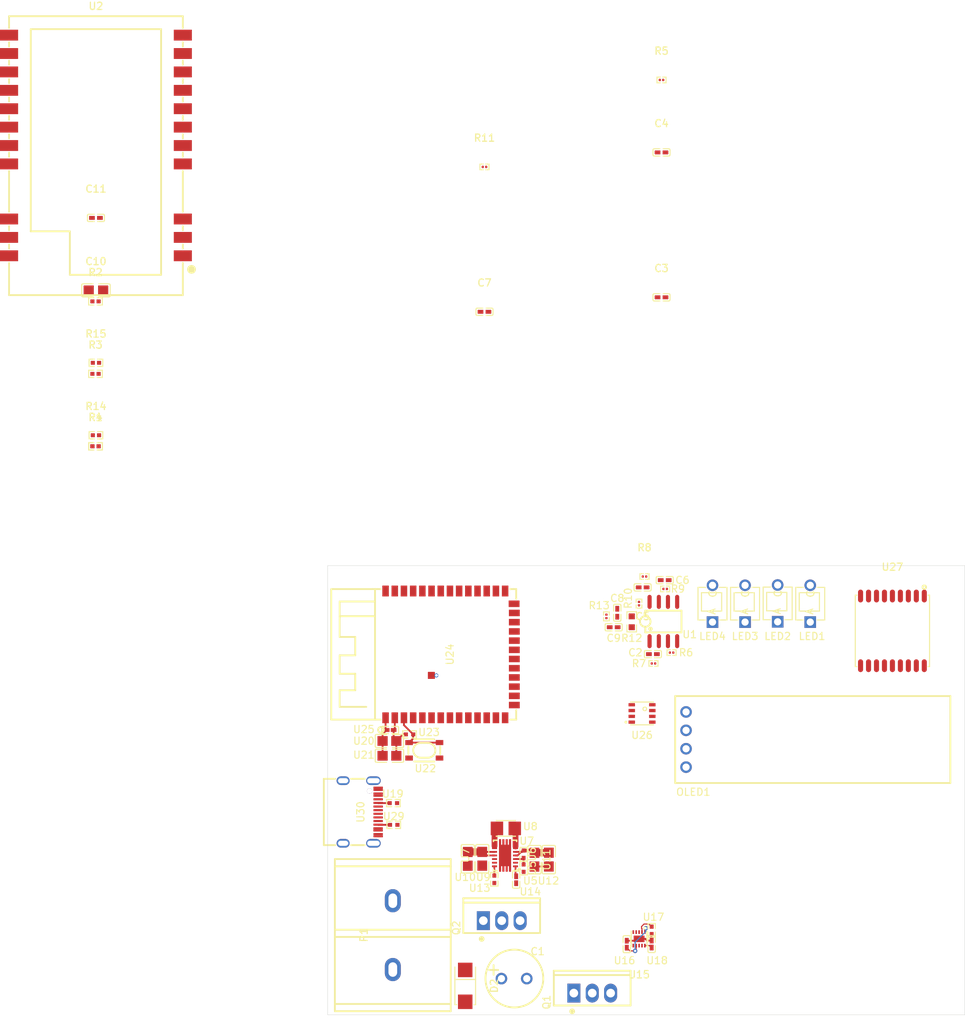
<source format=kicad_pcb>
(kicad_pcb (version 20241229) (generator "pcbnew") (generator_version "9.0")
  (layers (0 "F.Cu" signal) (2 "B.Cu" signal) (13 "F.Paste" user) (15 "B.Paste" user) (5 "F.SilkS" user "F.Silkscreen") (7 "B.SilkS" user "B.Silkscreen") (1 "F.Mask" user) (3 "B.Mask" user) (25 "Edge.Cuts" user))
  (net 0 "")
  (net 1 "io38")
  (net 2 "io18")
  (net 3 "io8")
  (net 4 "io5")
  (net 5 "io39")
  (net 6 "io37")
  (net 7 "TXD0")
  (net 8 "io20")
  (net 9 "RXD0")
  (net 10 "io36")
  (net 11 "io16")
  (net 12 "io21")
  (net 13 "io14")
  (net 14 "io9")
  (net 15 "io17")
  (net 16 "io48")
  (net 17 "in")
  (net 18 "io15")
  (net 19 "io19")
  (net 20 "io3")
  (net 21 "io4")
  (net 22 "io35")
  (net 23 "io40")
  (net 24 "io45")
  (net 25 "io41")
  (net 26 "io42")
  (net 27 "io46")
  (net 28 "io47")
  (net 29 "gps.footprint.pins[15].net-net")
  (net 30 "NRESET")
  (net 31 "TXD")
  (net 32 "gps.footprint.pins[4].net-net")
  (net 33 "Reserved")
  (net 34 "RXD")
  (net 35 "P1PPS")
  (net 36 "RF_IN")
  (net 37 "ON_OFF")
  (net 38 "VBAT")
  (net 40 "CSB")
  (net 41 "cutoff-C-1")
  (net 42 "io11")
  (net 43 "cutoff-C")
  (net 48 "io13")
  (net 49 "io10")
  (net 52 "io12")
  (net 53 "detector-K")
  (net 54 "IN2minus")
  (net 56 "SDA")
  (net 57 "detector-net")
  (net 58 "SC_GATE")
  (net 59 "out")
  (net 60 "SCL")
  (net 61 "CUTOFF_GATE")
  (net 62 "IN2plus")
  (net 63 "cutoff-K")
  (net 64 "OUT1")
  (net 65 "detector-net-1")
  (net 66 "OUT2")
  (net 67 "IN1plus")
  (net 68 "SC_Sense")
  (net 70 "hv-1")
  (net 71 "VINA")
  (net 73 "L2")
  (net 74 "boostbuck-PG")
  (net 75 "L1")
  (net 76 "FB")
  (net 77 "CC1")
  (net 78 "bms.ic-PG")
  (net 79 "CHG")
  (net 80 "TS")
  (net 81 "B8")
  (net 82 "gnd")
  (net 83 "DP1")
  (net 84 "DN1")
  (net 85 "B5")
  (net 86 "SUB1")
  (net 87 "hv-3")
  (net 88 "NC")
  (net 89 "hv-2")
  (net 90 "ISET")
  (net 91 "PRETERM")
  (net 92 "sck")
  (net 93 "cs")
  (net 94 "hv")
  (net 95 "ANT")
  (net 96 "NRST")
  (net 97 "TXEN")
  (net 98 "miso")
  (net 99 "DIO2")
  (net 100 "BUSY")
  (net 101 "EN")
  (net 102 "mosi")
  (net 103 "RXEN")
  (net 104 "DIO")
  (footprint "atopile:R0402-56259e" (layer "F.Cu") (at 59.063864 59.750627 -90)
    (property "Reference" "U5")
    (property "Value" "820Ω ±1% 62.5mW")
  )
  (footprint "atopile:R0402-56259e" (layer "F.Cu") (at 59.063864 57.831474 -90)
    (property "Reference" "U6")
    (property "Value" "4.7kΩ ±1% 62.5mW")
  )
  (footprint "atopile:R0402-56259e" (layer "F.Cu") (at -0.06 -8.475 0)
    (property "Reference" "R3")
    (property "Value" "1kΩ ±1% 62.5mW")
  )
  (footprint "atopile:R0201-27027e" (layer "F.Cu") (at 75 23.24 -90)
    (property "Reference" "R10")
    (property "Value" "0Ω 50mW")
  )
  (footprint "atopile:C0402-b3ef17" (layer "F.Cu") (at 75.5 21 180)
    (property "Reference" "C5")
    (property "Value" "100nF ±10% 16V X7R")
  )
  (footprint "atopile:R0402-56259e" (layer "F.Cu") (at 41.125975 53.773595 0)
    (property "Reference" "U29")
    (property "Value" "4.7kΩ ±1% 62.5mW")
  )
  (footprint "atopile:C0402-b3ef17" (layer "F.Cu") (at 78.55 20 180)
    (property "Reference" "C6")
    (property "Value" "100nF ±10% 16V X7R")
  )
  (footprint "atopile:R0402-56259e" (layer "F.Cu") (at 41.078902 50.772949 0)
    (property "Reference" "U19" (hide yes))
    (property "Value" "4.7kΩ ±1% 62.5mW")
  )
  (footprint "atopile:R0201-27027e" (layer "F.Cu") (at 78.11 -49.04 0)
    (property "Reference" "R5")
    (property "Value" "0Ω 50mW")
  )
  (footprint "atopile:C0402-b3ef17" (layer "F.Cu") (at 78.11 -39.04 0)
    (property "Reference" "C4")
    (property "Value" "100nF ±10% 16V X7R")
  )
  (footprint "atopile:LGA-8_L3.0-W3.0-P0.80_BME688-7465bb" (layer "F.Cu") (at 75.42 38.4 180)
    (property "Reference" "U26")
    (property "Value" "")
  )
  (footprint "atopile:OLED-TH_L38.0-W12.0_HS91L02W2C01-1fd193" (layer "F.Cu") (at 81.5 42 0)
    (property "Reference" "OLED1")
    (property "Value" "")
  )
  (footprint "atopile:TO-220-3_L10.0-W4.5-P2.54-L-8dee21" (layer "F.Cu") (at 68.54 77 0)
    (property "Reference" "Q1")
    (property "Value" "")
  )
  (footprint "atopile:R0402-56259e" (layer "F.Cu") (at 55.024519 61.292143 -90)
    (property "Reference" "U13")
    (property "Value" "1MΩ ±1% 62.5mW")
  )
  (footprint "atopile:R0201-27027e" (layer "F.Cu") (at 70.5 25 90)
    (property "Reference" "R13")
    (property "Value" "0Ω 50mW")
  )
  (footprint "atopile:R0402-56259e" (layer "F.Cu") (at -0.06 1.525 0)
    (property "Reference" "R1")
    (property "Value" "1kΩ ±1% 62.5mW")
  )
  (footprint "atopile:C0402-b3ef17" (layer "F.Cu") (at 71.5 26.5 180)
    (property "Reference" "C9")
    (property "Value" "100nF ±10% 16V X7R")
  )
  (footprint "atopile:C0402-b3ef17" (layer "F.Cu") (at 40.632368 40.685416 180)
    (property "Reference" "U25")
    (property "Value" "100nF ±10% 16V X7R")
  )
  (footprint "lib:WIRELM-SMD_ESP32-S3-WROOM-1" (layer "F.Cu") (at 48.89 30.25 90)
    (property "Reference" "U24")
    (property "Value" "")
  )
  (footprint "atopile:SOIC-8_L5.0-W4.0-P1.27-LS6.0-BL-294f77" (layer "F.Cu") (at 78.37 25.71 0)
    (property "Reference" "U1")
    (property "Value" "")
  )
  (footprint "lib:KEY-SMD_4P-L4.2-W3.2-P2.20-LS4.6" (layer "F.Cu") (at 45.34919 43.486157 0)
    (property "Reference" "U22" (hide yes))
    (property "Value" "")
  )
  (footprint "atopile:SENSOR-TH_BPW34-c0a4b0" (layer "F.Cu") (at 98.65 23.25 90)
    (property "Reference" "LED1")
    (property "Value" "")
  )
  (footprint "atopile:R0201-27027e" (layer "F.Cu") (at 78.61 21.21 180)
    (property "Reference" "R9")
    (property "Value" "0Ω 50mW")
  )
  (footprint "atopile:SENSOR-TH_BPW34-c0a4b0" (layer "F.Cu") (at 94.15 23.21 90)
    (property "Reference" "LED2" (hide yes))
    (property "Value" "")
  )
  (footprint "atopile:C0402-b3ef17" (layer "F.Cu") (at 72 24.5 90)
    (property "Reference" "C8")
    (property "Value" "100nF ±10% 16V X7R")
  )
  (footprint "atopile:R0201-27027e" (layer "F.Cu") (at 75.76 19.5 0)
    (property "Reference" "R8")
    (property "Value" "0Ω 50mW")
  )
  (footprint "atopile:R0402-56259e" (layer "F.Cu") (at -0.06 -18.475 0)
    (property "Reference" "R2")
    (property "Value" "1kΩ ±1% 62.5mW")
  )
  (footprint "lib:VSON-14_L4.0-W3.0-P0.50-BL-EP_TI_DSJ" (layer "F.Cu") (at 56.5 58 90)
    (property "Reference" "U7")
    (property "Value" "")
  )
  (footprint "atopile:SMA_L4.3-W2.6-LS5.2-RD-e14692" (layer "F.Cu") (at 51 76 -90)
    (property "Reference" "D2")
    (property "Value" "")
  )
  (footprint "atopile:CONN-TH_2P-P9.50_WJ45C-B-2P-7aea0b" (layer "F.Cu") (at 41 69 90)
    (property "Reference" "P1")
    (property "Value" "")
  )
  (footprint "atopile:C0402-b3ef17" (layer "F.Cu") (at 53.66 -17.04 0)
    (property "Reference" "C7")
    (property "Value" "100nF ±10% 16V X7R")
  )
  (footprint "atopile:R0402-56259e" (layer "F.Cu") (at 43.308186 41.290453 0)
    (property "Reference" "U23")
    (property "Value" "10kΩ ±1% 62.5mW")
  )
  (footprint "atopile:C0402-b3ef17" (layer "F.Cu") (at 58.038315 61.352216 -90)
    (property "Reference" "U14" (hide yes))
    (property "Value" "100nF ±10% 16V X7R")
  )
  (footprint "atopile:C0402-b3ef17" (layer "F.Cu") (at 76.744486 70.230374 90)
    (property "Reference" "U18" (hide yes))
    (property "Value" "1µF ±10% 25V X5R")
  )
  (footprint "atopile:C0805-3b2e55" (layer "F.Cu") (at 40.536268 42.198739 180)
    (property "Reference" "U20")
    (property "Value" "10µF ±10% 25V X5R")
  )
  (footprint "atopile:C0805-3b2e55" (layer "F.Cu") (at 53.354594 58.457355 -90)
    (property "Reference" "U9")
    (property "Value" "10µF ±10% 25V X5R")
  )
  (footprint "atopile:R0402-56259e" (layer "F.Cu") (at 76.749696 68.338211 -90)
    (property "Reference" "U17")
    (property "Value" "560Ω ±1% 62.5mW")
  )
  (footprint "atopile:C0805-3b2e55" (layer "F.Cu") (at 62.549882 58.574095 -90)
    (property "Reference" "U12")
    (property "Value" "10µF ±10% 25V X5R")
  )
  (footprint "atopile:R0201-27027e" (layer "F.Cu") (at 79.5 30 0)
    (property "Reference" "R6")
    (property "Value" "0Ω 50mW")
  )
  (footprint "atopile:C0402-b3ef17" (layer "F.Cu") (at 76.92 30.21 180)
    (property "Reference" "C2")
    (property "Value" "100nF ±10% 16V X7R")
  )
  (footprint "atopile:C0402-b3ef17" (layer "F.Cu") (at 73.311415 70.249724 90)
    (property "Reference" "U16" (hide yes))
    (property "Value" "1µF ±10% 25V X5R")
  )
  (footprint "atopile:R0201-27027e" (layer "F.Cu") (at 53.66 -37.04 0)
    (property "Reference" "R11")
    (property "Value" "0Ω 50mW")
  )
  (footprint "atopile:R0201-27027e" (layer "F.Cu") (at 77 31.5 180)
    (property "Reference" "R7")
    (property "Value" "0Ω 50mW")
  )
  (footprint "atopile:C0402-b3ef17" (layer "F.Cu") (at 78.11 -19.04 0)
    (property "Reference" "C3")
    (property "Value" "100nF ±10% 16V X7R")
  )
  (footprint "atopile:C0805-3b2e55" (layer "F.Cu") (at 51.350818 58.469197 -90)
    (property "Reference" "U10")
    (property "Value" "10µF ±10% 25V X5R")
  )
  (footprint "atopile:SENSOR-TH_BPW34-c0a4b0" (layer "F.Cu") (at 85.15 23.25 90)
    (property "Reference" "LED4")
    (property "Value" "")
  )
  (footprint "atopile:R0402-56259e" (layer "F.Cu") (at -0.06 1.525 0)
    (property "Reference" "R4")
    (property "Value" "1kΩ ±1% 62.5mW")
  )
  (footprint "atopile:R0603-ebcab9" (layer "F.Cu") (at 74 25.75 -90)
    (property "Reference" "R12")
    (property "Value" "10kΩ ±1% 100mW")
  )
  (footprint "lib:WSON-10_L2.0-W2.0-P0.40-BL-EP" (layer "F.Cu") (at 75.013037 69.512554 180)
    (property "Reference" "U15")
    (property "Value" "")
  )
  (footprint "atopile:SENSOR-TH_BPW34-c0a4b0" (layer "F.Cu") (at 89.65 23.25 90)
    (property "Reference" "LED3")
    (property "Value" "")
  )
  (footprint "lib:IND-SMD_L2.5-W2.0_WPN252012H" (layer "F.Cu") (at 56.613782 54.264726 180)
    (property "Reference" "U8" (hide yes))
    (property "Value" "1.5µH ±20%")
  )
  (footprint "atopile:CAP-TH_BD8.0-P3.50-D0.6-FD_1-b17e9d" (layer "F.Cu") (at 57.75 75 0)
    (property "Reference" "C1")
    (property "Value" "")
  )
  (footprint "atopile:TO-220-3_L10.0-W4.5-P2.54-L-8dee21" (layer "F.Cu") (at 56.04 67 0)
    (property "Reference" "Q2")
    (property "Value" "")
  )
  (footprint "atopile:C0805-3b2e55" (layer "F.Cu") (at 40.536268 44.241118 180)
    (property "Reference" "U21")
    (property "Value" "10µF ±10% 25V X5R")
  )
  (footprint "atopile:GPSM-SMD_ATGM336H-TR-d79f58" (layer "F.Cu") (at 110 27 0)
    (property "Reference" "U27")
    (property "Value" "")
  )
  (footprint "atopile:C0805-3b2e55" (layer "F.Cu") (at 60.564002 58.582755 -90)
    (property "Reference" "U11")
    (property "Value" "10µF ±10% 25V X5R")
  )
  (footprint "lib:USB-C-SMD_KH-TYPE-C-16P" (layer "F.Cu") (at 36.556405 52 -90)
    (property "Reference" "U30" (hide yes))
    (property "Value" "")
  )
  (footprint "atopile:R0402-56259e" (layer "F.Cu") (at 0 0 0)
    (property "Reference" "R14")
    (property "Value" "1kΩ ±1% 62.5mW")
  )
  (footprint "atopile:R0402-56259e" (layer "F.Cu") (at 0 -10 0)
    (property "Reference" "R15")
    (property "Value" "1kΩ ±1% 62.5mW")
  )
  (footprint "atopile:C0805-3b2e55" (layer "F.Cu") (at 0 -20 0)
    (property "Reference" "C10")
    (property "Value" "100nF ±10% 50V X7R")
  )
  (footprint "atopile:C0402-b3ef17" (layer "F.Cu") (at 0 -30 0)
    (property "Reference" "C11")
    (property "Value" "100nF ±10% 16V X7R")
  )
  (footprint "atopile:WIRELM-SMD_E22-900M30S-98c301" (layer "F.Cu") (at 0 -40 0)
    (property "Reference" "U2")
    (property "Value" "")
  )
  (via (at 75.934469 68.04216) (size 0.6) (drill 0.3) (layers "F.Cu" "B.Cu") (net 89))
  (via (at 74.464735 71.176536) (size 0.6) (drill 0.3) (layers "F.Cu" "B.Cu") (net 89))
  (segment (start 43.801905 41.306734) (end 43.818186 41.290453) (width 0.25) (net 17) (layer "F.Cu"))
  (segment (start 47.438566 42.427106) (end 43.238566 42.427106) (width 0.25) (net 17) (layer "F.Cu"))
  (segment (start 43.238566 42.427106) (end 43.801905 41.863767) (width 0.25) (net 17) (layer "F.Cu"))
  (segment (start 42.54 40.012267) (end 42.54 39) (width 0.25) (net 17) (layer "F.Cu"))
  (segment (start 43.801905 41.863767) (end 43.801905 41.306734) (width 0.25) (net 17) (layer "F.Cu"))
  (segment (start 43.818186 41.290453) (end 42.54 40.012267) (width 0.25) (net 17) (layer "F.Cu"))
  (segment (start 42.394554 41.290453) (end 41.486268 42.198739) (width 0.25) (net 70) (layer "F.Cu"))
  (segment (start 41.112368 41.824839) (end 41.486268 42.198739) (width 0.25) (net 70) (layer "F.Cu"))
  (segment (start 41.486268 44.241118) (end 41.486268 42.198739) (width 0.25) (net 70) (layer "F.Cu"))
  (segment (start 41.27 39) (end 41.27 40.527784) (width 0.25) (net 70) (layer "F.Cu"))
  (segment (start 41.27 40.527784) (end 41.112368 40.685416) (width 0.25) (net 70) (layer "F.Cu"))
  (segment (start 42.798186 41.290453) (end 42.394554 41.290453) (width 0.25) (net 70) (layer "F.Cu"))
  (segment (start 41.112368 40.685416) (end 41.112368 41.824839) (width 0.25) (net 70) (layer "F.Cu"))
  (segment (start 57.95 60.783901) (end 58.038315 60.872216) (width 0.25) (net 71) (layer "F.Cu"))
  (segment (start 57.95 59.5) (end 57.95 60.783901) (width 0.25) (net 71) (layer "F.Cu"))
  (segment (start 58.24029 58) (end 58.918816 57.321474) (width 0.25) (net 0) (layer "F.Cu"))
  (segment (start 57.95 58) (end 58.24029 58) (width 0.25) (net 0) (layer "F.Cu"))
  (segment (start 60.572662 57.624095) (end 60.564002 57.632755) (width 0.25) (net 0) (layer "F.Cu"))
  (segment (start 58.918816 57.321474) (end 59.063864 57.321474) (width 0.25) (net 0) (layer "F.Cu"))
  (segment (start 59.063864 57.321474) (end 58.885338 57.5) (width 0.25) (net 0) (layer "F.Cu"))
  (segment (start 58.885338 57.5) (end 57.95 57.5) (width 0.25) (net 0) (layer "F.Cu"))
  (segment (start 59.063864 57.321474) (end 60.252721 57.321474) (width 0.5) (net 0) (layer "F.Cu"))
  (segment (start 60.252721 57.321474) (end 60.564002 57.632755) (width 0.25) (net 0) (layer "F.Cu"))
  (segment (start 62.549882 57.624095) (end 60.572662 57.624095) (width 1) (net 0) (layer "F.Cu"))
  (segment (start 57.95 56.765) (end 57.95 54.370944) (width 0.8) (net 73) (layer "F.Cu"))
  (segment (start 57.95 54.370944) (end 57.843782 54.264726) (width 0.25) (net 73) (layer "F.Cu"))
  (segment (start 55.024519 60.782143) (end 55.024519 59.525481) (width 0.25) (net 74) (layer "F.Cu"))
  (segment (start 55.024519 59.525481) (end 55.05 59.5) (width 0.25) (net 74) (layer "F.Cu"))
  (segment (start 55.05 56.715) (end 55.05 54.598508) (width 0.8) (net 75) (layer "F.Cu"))
  (segment (start 55.05 54.598508) (end 55.383782 54.264726) (width 0.25) (net 75) (layer "F.Cu"))
  (segment (start 59.063864 58.341474) (end 58.905338 58.5) (width 0.25) (net 76) (layer "F.Cu"))
  (segment (start 59.063864 59.240627) (end 59.063864 58.341474) (width 0.25) (net 76) (layer "F.Cu"))
  (segment (start 58.905338 58.5) (end 57.95 58.5) (width 0.25) (net 76) (layer "F.Cu"))
  (segment (start 38.999354 50.772949) (end 38.976405 50.75) (width 0.25) (net 77) (layer "F.Cu"))
  (segment (start 40.568902 50.772949) (end 38.999354 50.772949) (width 0.25) (net 77) (layer "F.Cu"))
  (segment (start 75.009669 70.445922) (end 75.013037 70.442554) (width 0.15) (net 79) (layer "F.Cu"))
  (segment (start 39.586268 41.251516) (end 40.152368 40.685416) (width 0.25) (net 82) (layer "F.Cu"))
  (segment (start 74.755867 69.769724) (end 75.013037 69.512554) (width 0.25) (net 82) (layer "F.Cu"))
  (segment (start 73.311415 69.769724) (end 74.755867 69.769724) (width 0.25) (net 82) (layer "F.Cu"))
  (segment (start 39.586268 42.198739) (end 39.586268 41.251516) (width 0.25) (net 82) (layer "F.Cu"))
  (segment (start 62.549882 59.524095) (end 60.572662 59.524095) (width 0.25) (net 82) (layer "F.Cu"))
  (segment (start 76.70315 68.848922) (end 76.70315 69.751274) (width 0.25) (net 82) (layer "F.Cu"))
  (segment (start 75.877692 69.512554) (end 76.122309 69.757171) (width 0.25) (net 82) (layer "F.Cu"))
  (segment (start 76.70315 69.751274) (end 76.697253 69.757171) (width 0.25) (net 82) (layer "F.Cu"))
  (segment (start 39.586268 44.241118) (end 39.586268 42.198739) (width 0.25) (net 82) (layer "F.Cu"))
  (segment (start 60.572662 59.524095) (end 60.564002 59.532755) (width 0.25) (net 82) (layer "F.Cu"))
  (segment (start 40 39) (end 40 40.533048) (width 0.25) (net 82) (layer "F.Cu"))
  (segment (start 40 40.533048) (end 40.152368 40.685416) (width 0.25) (net 82) (layer "F.Cu"))
  (segment (start 76.122309 69.757171) (end 76.697253 69.757171) (width 0.25) (net 82) (layer "F.Cu"))
  (segment (start 75.013037 69.512554) (end 75.877692 69.512554) (width 0.25) (net 82) (layer "F.Cu"))
  (segment (start 40.615975 53.773595) (end 39 53.773595) (width 0.25) (net 85) (layer "F.Cu"))
  (segment (start 39 53.773595) (end 38.976405 53.75) (width 0.25) (net 85) (layer "F.Cu"))
  (segment (start 75.813037 70.442554) (end 75.813037 70.60788) (width 0.15) (net 87) (layer "F.Cu"))
  (segment (start 53.847239 58) (end 53.354594 57.507355) (width 0.25) (net 87) (layer "F.Cu"))
  (segment (start 55.05 58) (end 53.847239 58) (width 0.25) (net 87) (layer "F.Cu"))
  (segment (start 75.813037 70.442554) (end 76.422636 70.442554) (width 0.15) (net 87) (layer "F.Cu"))
  (segment (start 53.354594 57.507355) (end 51.36266 57.507355) (width 1) (net 87) (layer "F.Cu"))
  (segment (start 76.422636 70.442554) (end 76.697253 70.717171) (width 0.15) (net 87) (layer "F.Cu"))
  (segment (start 55.042645 57.507355) (end 55.05 57.5) (width 0.25) (net 87) (layer "F.Cu"))
  (segment (start 51.370015 57.5) (end 51.350818 57.519197) (width 0.25) (net 87) (layer "F.Cu"))
  (segment (start 53.354594 57.507355) (end 55.042645 57.507355) (width 0.25) (net 87) (layer "F.Cu"))
  (segment (start 51.36266 57.507355) (end 51.350818 57.519197) (width 0.25) (net 87) (layer "F.Cu"))
  (segment (start 74.464735 71.176536) (end 74.613037 71.028234) (width 0.15) (net 89) (layer "F.Cu"))
  (segment (start 75.813037 68.163592) (end 75.813037 68.582554) (width 0.15) (net 89) (layer "F.Cu"))
  (segment (start 73.758227 71.176536) (end 74.464735 71.176536) (width 0.15) (net 89) (layer "F.Cu"))
  (segment (start 75.934469 68.04216) (end 75.813037 68.163592) (width 0.15) (net 89) (layer "F.Cu"))
  (segment (start 73.311415 70.729724) (end 73.758227 71.176536) (width 0.15) (net 89) (layer "F.Cu"))
  (segment (start 74.613037 71.028234) (end 74.613037 70.442554) (width 0.15) (net 89) (layer "F.Cu"))
  (segment (start 75.934469 68.04216) (end 75.934469 68.505509) (width 0.15) (net 89) (layer "B.Cu"))
  (segment (start 75.934469 68.505509) (end 74.464735 69.975243) (width 0.15) (net 89) (layer "B.Cu"))
  (segment (start 74.464735 69.975243) (end 74.464735 71.176536) (width 0.15) (net 89) (layer "B.Cu"))
  (segment (start 75.359969 67.802721) (end 75.359969 68.052554) (width 0.15) (net 90) (layer "F.Cu"))
  (segment (start 75.359969 68.052554) (end 75.413037 68.105622) (width 0.15) (net 90) (layer "F.Cu"))
  (segment (start 75.413037 68.105622) (end 75.413037 68.582554) (width 0.15) (net 90) (layer "F.Cu"))
  (segment (start 75.696796 67.465894) (end 75.359969 67.802721) (width 0.15) (net 90) (layer "F.Cu"))
  (segment (start 76.749696 67.828211) (end 76.387379 67.465894) (width 0.15) (net 90) (layer "F.Cu"))
  (segment (start 76.70315 67.828922) (end 76.506782 67.632554) (width 0.15) (net 90) (layer "F.Cu"))
  (segment (start 76.387379 67.465894) (end 75.696796 67.465894) (width 0.15) (net 90) (layer "F.Cu"))
  (gr_line (start 120 18) (end 120 80) (stroke (width 0.05)) (layer "Edge.Cuts"))
  (gr_line (start 120 80) (end 32 80) (stroke (width 0.05)) (layer "Edge.Cuts"))
  (gr_line (start 32 18) (end 120 18) (stroke (width 0.05)) (layer "Edge.Cuts"))
  (gr_line (start 32 80) (end 32 18) (stroke (width 0.05)) (layer "Edge.Cuts"))
)
</source>
